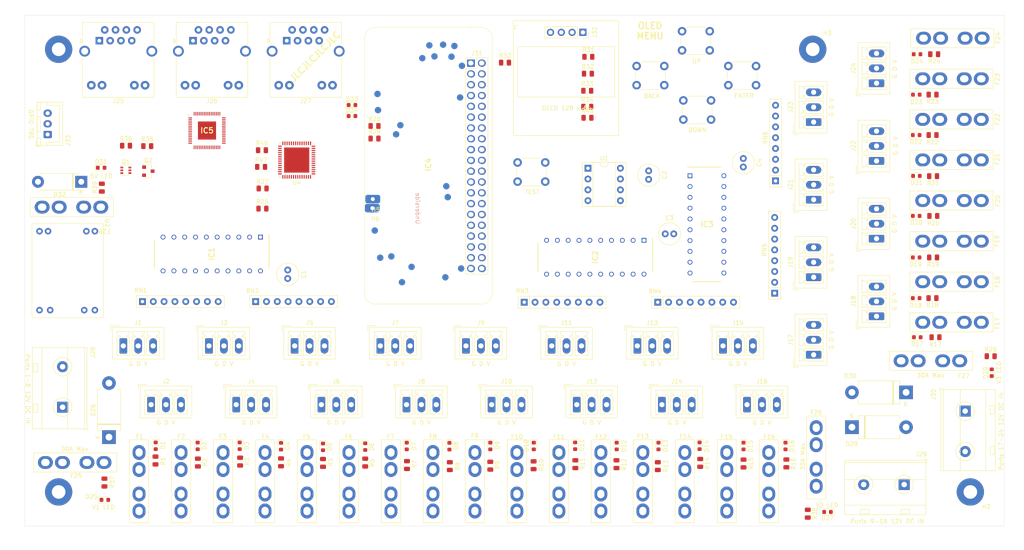
<source format=kicad_pcb>
(kicad_pcb (version 20211014) (generator pcbnew)
  (layers (0 "F.Cu" signal) (31 "B.Cu" signal) (34 "B.Paste" user) (35 "F.Paste" user) (36 "B.SilkS" user "B.Silkscreen") (37 "F.SilkS" user "F.Silkscreen") (38 "B.Mask" user) (39 "F.Mask" user) (44 "Edge.Cuts" user))
  (net 0 "")
  (net 1 "DATA8")
  (net 2 "DATA7")
  (net 3 "DATA6")
  (net 4 "DATA5")
  (net 5 "DATA4")
  (net 6 "DATA3")
  (net 7 "DATA2")
  (net 8 "DATA1")
  (net 9 "DATA9")
  (net 10 "DATA10")
  (net 11 "DATA11")
  (net 12 "DATA12")
  (net 13 "DATA13")
  (net 14 "DATA14")
  (net 15 "DATA15")
  (net 16 "DATA16")
  (net 17 "GND1")
  (net 18 "GND")
  (net 19 "VIN1")
  (net 20 "VIN2")
  (net 21 "+5V")
  (net 22 "+3V3")
  (net 23 "I2C_SDA")
  (net 24 "I2C_SCL")
  (net 25 "Net-(D3-Pad2)")
  (net 26 "Net-(D2-Pad2)")
  (net 27 "V1")
  (net 28 "V2")
  (net 29 "/standard-hat-components/P5V_HAT")
  (net 30 "Net-(Q1-Pad2)")
  (net 31 "/standard-hat-components/P5V")
  (net 32 "Net-(Q1-Pad6)")
  (net 33 "Net-(D20-Pad2)")
  (net 34 "Net-(J1-Pad2)")
  (net 35 "Net-(D1-Pad2)")
  (net 36 "Net-(D5-Pad2)")
  (net 37 "Net-(J2-Pad2)")
  (net 38 "Net-(J3-Pad2)")
  (net 39 "Net-(D4-Pad2)")
  (net 40 "Net-(D6-Pad2)")
  (net 41 "Net-(D10-Pad2)")
  (net 42 "Net-(D15-Pad2)")
  (net 43 "Net-(D7-Pad2)")
  (net 44 "Net-(D8-Pad2)")
  (net 45 "Net-(D9-Pad2)")
  (net 46 "Net-(F1-Pad3)")
  (net 47 "Net-(D11-Pad2)")
  (net 48 "Net-(D12-Pad2)")
  (net 49 "Net-(J12-Pad2)")
  (net 50 "Net-(J13-Pad2)")
  (net 51 "Net-(D13-Pad2)")
  (net 52 "Net-(D14-Pad2)")
  (net 53 "Net-(J14-Pad2)")
  (net 54 "Net-(J15-Pad2)")
  (net 55 "Net-(F2-Pad3)")
  (net 56 "Net-(F8-Pad3)")
  (net 57 "Net-(D16-Pad2)")
  (net 58 "Net-(D18-Pad2)")
  (net 59 "Net-(D19-Pad2)")
  (net 60 "V5")
  (net 61 "Net-(D17-Pad2)")
  (net 62 "Net-(IC2-Pad18)")
  (net 63 "Net-(D21-Pad2)")
  (net 64 "Net-(IC2-Pad16)")
  (net 65 "Net-(IC2-Pad14)")
  (net 66 "Net-(IC2-Pad12)")
  (net 67 "Net-(J4-Pad2)")
  (net 68 "Net-(J5-Pad2)")
  (net 69 "Net-(J6-Pad2)")
  (net 70 "Net-(J7-Pad2)")
  (net 71 "Net-(J8-Pad2)")
  (net 72 "Net-(F3-Pad3)")
  (net 73 "Net-(J11-Pad2)")
  (net 78 "USBDP")
  (net 79 "USBDM")
  (net 80 "Net-(IC2-Pad11)")
  (net 81 "Net-(IC2-Pad13)")
  (net 82 "Net-(IC2-Pad15)")
  (net 83 "Net-(IC2-Pad17)")
  (net 93 "Net-(U4-Pad11)")
  (net 112 "Net-(U4-Pad45)")
  (net 115 "Net-(D22-Pad2)")
  (net 116 "Net-(D23-Pad2)")
  (net 117 "Net-(IC1-Pad11)")
  (net 118 "Net-(IC1-Pad12)")
  (net 119 "Net-(IC1-Pad13)")
  (net 120 "Net-(IC1-Pad14)")
  (net 121 "Net-(IC1-Pad15)")
  (net 122 "Net-(IC1-Pad16)")
  (net 123 "Net-(IC1-Pad17)")
  (net 124 "Net-(IC1-Pad18)")
  (net 180 "Net-(D24-Pad2)")
  (net 181 "Net-(D25-Pad2)")
  (net 182 "Net-(D27-Pad2)")
  (net 183 "Net-(D29-Pad2)")
  (net 184 "VIN3")
  (net 185 "Net-(D33-Pad2)")
  (net 186 "Net-(D34-Pad2)")
  (net 191 "Net-(F6-Pad3)")
  (net 192 "Net-(F7-Pad3)")
  (net 193 "Net-(F4-Pad3)")
  (net 194 "Net-(F5-Pad3)")
  (net 195 "Net-(F9-Pad3)")
  (net 196 "Net-(F10-Pad3)")
  (net 197 "Net-(F11-Pad3)")
  (net 198 "Net-(F12-Pad3)")
  (net 199 "Net-(F13-Pad3)")
  (net 200 "Net-(F14-Pad3)")
  (net 201 "Net-(F15-Pad3)")
  (net 202 "Net-(F16-Pad3)")
  (net 203 "Net-(J9-Pad2)")
  (net 204 "Net-(J10-Pad2)")
  (net 205 "Net-(J16-Pad2)")
  (net 206 "Net-(J24-Pad2)")
  (net 207 "Net-(D31-Pad2)")
  (net 212 "Net-(F17-Pad3)")
  (net 213 "Net-(F18-Pad3)")
  (net 214 "Net-(F19-Pad3)")
  (net 215 "Net-(F20-Pad3)")
  (net 216 "Net-(F21-Pad3)")
  (net 217 "Net-(F22-Pad3)")
  (net 218 "Net-(F23-Pad3)")
  (net 219 "Net-(F24-Pad3)")
  (net 220 "V3")
  (net 221 "DATA24")
  (net 222 "DATA23")
  (net 223 "DATA22")
  (net 224 "DATA21")
  (net 225 "DATA20")
  (net 226 "DATA19")
  (net 227 "DATA18")
  (net 228 "DATA17")
  (net 229 "Net-(IC3-Pad11)")
  (net 230 "Net-(IC3-Pad12)")
  (net 231 "Net-(IC3-Pad13)")
  (net 232 "Net-(IC3-Pad14)")
  (net 233 "Net-(IC3-Pad15)")
  (net 234 "Net-(IC3-Pad16)")
  (net 235 "Net-(IC3-Pad17)")
  (net 236 "Net-(IC3-Pad18)")
  (net 288 "Net-(IC5-Pad8)")
  (net 290 "Net-(IC5-Pad9)")
  (net 293 "Net-(IC5-Pad10)")
  (net 294 "Net-(IC5-Pad11)")
  (net 299 "Net-(IC5-Pad48)")
  (net 300 "Net-(IC5-Pad49)")
  (net 302 "Net-(IC5-Pad50)")
  (net 303 "Net-(IC5-Pad51)")
  (net 304 "Net-(IC5-Pad4)")
  (net 307 "Net-(IC5-Pad5)")
  (net 311 "I2C_EEPROM_SDA")
  (net 312 "I2C_EEPROM_SCL")
  (net 313 "Net-(R46-Pad2)")
  (net 314 "Net-(R47-Pad2)")
  (net 315 "Net-(J17-Pad2)")
  (net 316 "Net-(J18-Pad2)")
  (net 317 "Net-(J19-Pad2)")
  (net 318 "Net-(J20-Pad2)")
  (net 319 "Net-(J21-Pad2)")
  (net 320 "Net-(J22-Pad2)")
  (net 321 "Net-(J23-Pad2)")
  (net 322 "Net-(IC5-Pad6)")
  (net 323 "Net-(IC5-Pad7)")
  (net 324 "Net-(IC5-Pad13)")
  (net 325 "Net-(IC5-Pad14)")
  (net 326 "Net-(IC5-Pad15)")
  (net 327 "Net-(IC5-Pad16)")
  (net 328 "Net-(R28-Pad1)")
  (net 329 "Net-(R29-Pad1)")
  (net 330 "BTN1")
  (net 331 "SW_ARRAY_ANALOGUE_IN")
  (net 332 "Net-(R31-Pad2)")
  (net 333 "Net-(R32-Pad2)")
  (net 334 "Net-(R33-Pad2)")
  (net 335 "Net-(R34-Pad2)")
  (net 336 "Net-(R40-Pad2)")
  (footprint "SamacSys_Parts:DIP794W53P254L2540H508Q20N" (layer "F.Cu") (at 88.7984 92.5576 -90)
    (fp_text reference "IC1")
    (fp_text value "SN74AHC245N" hide)
  )
  (footprint "LED_SMD:LED_0603_1608Metric" (layer "F.Cu") (at 254.1524 83.6168)
    (fp_text reference "D20")
    (fp_text value "0603")
  )
  (footprint "LED_SMD:LED_0603_1608Metric" (layer "F.Cu") (at 254.2032 74.2188)
    (fp_text reference "D21")
    (fp_text value "0603")
  )
  (footprint "LED_SMD:LED_0603_1608Metric" (layer "F.Cu") (at 254.1777 55.118)
    (fp_text reference "D23")
    (fp_text value "0603")
  )
  (footprint "Stuart_BESPOKE:TerminalBlock_KF950_1x02_P9.50mm_Horizontal" (layer "F.Cu") (at 272.7428 143.4696 90)
    (fp_text reference "J30")
    (fp_text value "Ports 17-24 12V DC IN")
  )
  (footprint "Connector_Phoenix_MC:PhoenixContact_MCV_1,5_3-G-3.5_1x03_P3.50mm_Vertical" (layer "F.Cu") (at 68.0344 114.1476)
    (fp_text reference "J1")
    (fp_text value "G D V")
  )
  (footprint "Package_TO_SOT_SMD:SOT-363_SC-70-6" (layer "F.Cu") (at 68.6289 72.898)
    (fp_text reference "Q1")
    (fp_text value "MMDT5401")
  )
  (footprint "Package_TO_SOT_SMD:SOT-23" (layer "F.Cu") (at 73.9121 73.1012)
    (fp_text reference "Q2")
    (fp_text value "DMG2302U")
  )
  (footprint "Package_DIP:DIP-8_W7.62mm_Socket" (layer "F.Cu") (at 177.0988 72.4)
    (fp_text reference "U1")
    (fp_text value "AT24C256C")
  )
  (footprint "Connector_Phoenix_MC:PhoenixContact_MCV_1,5_3-G-3.5_1x03_P3.50mm_Vertical" (layer "F.Cu") (at 74.558572 127.9498)
    (fp_text reference "J2")
    (fp_text value "G D V")
  )
  (footprint "Connector_Phoenix_MC:PhoenixContact_MCV_1,5_3-G-3.5_1x03_P3.50mm_Vertical" (layer "F.Cu") (at 88.143942 114.1476)
    (fp_text reference "J3")
    (fp_text value "G D V")
  )
  (footprint "Connector_Phoenix_MC:PhoenixContact_MCV_1,5_3-G-3.5_1x03_P3.50mm_Vertical" (layer "F.Cu") (at 94.541233 127.9498)
    (fp_text reference "J4")
    (fp_text value "G D V")
  )
  (footprint "Connector_Phoenix_MC:PhoenixContact_MCV_1,5_3-G-3.5_1x03_P3.50mm_Vertical" (layer "F.Cu") (at 108.253484 114.1476)
    (fp_text reference "J5")
    (fp_text value "G D V")
  )
  (footprint "Connector_Phoenix_MC:PhoenixContact_MCV_1,5_3-G-3.5_1x03_P3.50mm_Vertical" (layer "F.Cu") (at 114.523894 127.9498)
    (fp_text reference "J6")
    (fp_text value "G D V")
  )
  (footprint "Connector_Phoenix_MC:PhoenixContact_MCV_1,5_3-G-3.5_1x03_P3.50mm_Vertical" (layer "F.Cu") (at 128.363026 114.1476)
    (fp_text reference "J7")
    (fp_text value "G D V")
  )
  (footprint "Connector_Phoenix_MC:PhoenixContact_MCV_1,5_3-G-3.5_1x03_P3.50mm_Vertical" (layer "F.Cu") (at 134.506555 127.9498)
    (fp_text reference "J8")
    (fp_text value "G D V")
  )
  (footprint "Connector_Phoenix_MC:PhoenixContact_MCV_1,5_3-G-3.5_1x03_P3.50mm_Vertical" (layer "F.Cu") (at 148.472568 114.1476)
    (fp_text reference "J9")
    (fp_text value "G D V")
  )
  (footprint "Connector_Phoenix_MC:PhoenixContact_MCV_1,5_3-G-3.5_1x03_P3.50mm_Vertical" (layer "F.Cu") (at 154.489216 127.9498)
    (fp_text reference "J10")
    (fp_text value "G D V")
  )
  (footprint "Connector_Phoenix_MC:PhoenixContact_MCV_1,5_3-G-3.5_1x03_P3.50mm_Vertical" (layer "F.Cu") (at 168.58211 114.1476)
    (fp_text reference "J11")
    (fp_text value "G D V")
  )
  (footprint "Connector_Phoenix_MC:PhoenixContact_MCV_1,5_3-G-3.5_1x03_P3.50mm_Vertical" (layer "F.Cu") (at 174.471877 127.9498)
    (fp_text reference "J12")
    (fp_text value "G D V")
  )
  (footprint "Connector_Phoenix_MC:PhoenixContact_MCV_1,5_3-G-3.5_1x03_P3.50mm_Vertical" (layer "F.Cu") (at 188.691652 114.1476)
    (fp_text reference "J13")
    (fp_text value "G D V")
  )
  (footprint "Connector_Phoenix_MC:PhoenixContact_MCV_1,5_3-G-3.5_1x03_P3.50mm_Vertical" (layer "F.Cu") (at 194.454538 127.9498)
    (fp_text reference "J14")
    (fp_text value "G D V")
  )
  (footprint "Connector_Phoenix_MC:PhoenixContact_MCV_1,5_3-G-3.5_1x03_P3.50mm_Vertical" (layer "F.Cu") (at 208.8012 114.1476)
    (fp_text reference "J15")
    (fp_text value "G D V")
  )
  (footprint "Connector_Phoenix_MC:PhoenixContact_MCV_1,5_3-G-3.5_1x03_P3.50mm_Vertical" (layer "F.Cu") (at 214.4372 127.9498)
    (fp_text reference "J16")
    (fp_text value "G D V")
  )
  (footprint "Resistor_SMD:R_0805_2012Metric" (layer "F.Cu") (at 176.9872 60.5536)
    (fp_text reference "R40")
    (fp_text value "2.2K")
  )
  (footprint "Resistor_SMD:R_0805_2012Metric" (layer "F.Cu") (at 176.9364 57.9628)
    (fp_text reference "R34")
    (fp_text value "2.2K")
  )
  (footprint "Stuart_BESPOKE:Medium Auto Fuse Holder" (layer "F.Cu") (at 93.693746 136.1918 -90)
    (fp_text reference "F3")
    (fp_text value "P3")
  )
  (footprint "LED_SMD:LED_0603_1608Metric" (layer "F.Cu") (at 183.8452 137.668 -90)
    (fp_text reference "D12")
    (fp_text value "0603")
  )
  (footprint "MountingHole:MountingHole_3.2mm_M3_Pad_TopBottom" (layer "F.Cu") (at 229.8564 44.464)
    (fp_text reference "H3")
    (fp_text value "M3 MountingHole")
  )
  (footprint "Resistor_SMD:R_0805_2012Metric" (layer "F.Cu") (at 193.4972 142.3924 90)
    (fp_text reference "R13")
    (fp_text value "4.7k")
  )
  (footprint "Resistor_SMD:R_0805_2012Metric" (layer "F.Cu") (at 257.9877 64.6176 180)
    (fp_text reference "R22")
    (fp_text value "4.7k")
  )
  (footprint "Stuart_BESPOKE:Medium Auto Fuse Holder" (layer "F.Cu") (at 252.68 87.28674)
    (fp_text reference "F19")
    (fp_text value "P1")
  )
  (footprint "LED_SMD:LED_0603_1608Metric" (layer "F.Cu") (at 144.5768 137.7188 -90)
    (fp_text reference "D8")
    (fp_text value "0603")
  )
  (footprint "LED_SMD:LED_0603_1608Metric" (layer "F.Cu") (at 254.1524 64.6176)
    (fp_text reference "D22")
    (fp_text value "0603")
  )
  (footprint "Resistor_SMD:R_0805_2012Metric" (layer "F.Cu") (at 114.9096 141.6304 90)
    (fp_text reference "R5")
    (fp_text value "4.7k")
  )
  (footprint "Resistor_SMD:R_0805_2012Metric" (layer "F.Cu") (at 154.178 142.2889 90)
    (fp_text reference "R9")
    (fp_text value "4.7k")
  )
  (footprint "Stuart_BESPOKE:Medium Auto Fuse Holder" (layer "F.Cu") (at 152.816384 136.1918 -90)
    (fp_text reference "F9")
    (fp_text value "P1")
  )
  (footprint "Stuart_BESPOKE:Medium Auto Fuse Holder" (layer "F.Cu") (at 252.68 106.3604)
    (fp_text reference "F17")
    (fp_text value "P1")
  )
  (footprint "Stuart_BESPOKE:Medium Auto Fuse Holder" (layer "F.Cu") (at 182.377703 136.1918 -90)
    (fp_text reference "F12")
    (fp_text value "P1")
  )
  (footprint "Resistor_SMD:R_0805_2012Metric" (layer "F.Cu") (at 62.992 76.962 90)
    (fp_text reference "R39")
    (fp_text value "4.7k")
  )
  (footprint "Resistor_SMD:R_0805_2012Metric" (layer "F.Cu") (at 73.6581 67.2084)
    (fp_text reference "R35")
    (fp_text value "10k")
  )
  (footprint "Stuart_BESPOKE:RASPBERRYPIZERO2WV1" (layer "F.Cu") (at 124.6492 39.3322 -90)
    (fp_text reference "IC4")
    (fp_text value "Raspberry_Pi_Zero_2_W__v1.0_" hide)
  )
  (footprint "LED_SMD:LED_0603_1608Metric" (layer "F.Cu") (at 121.7168 57.5564)
    (fp_text reference "D33")
    (fp_text value "0603")
  )
  (footprint "MountingHole:MountingHole_3.2mm_M3_Pad_TopBottom" (layer "F.Cu") (at 52.8564 44.464)
    (fp_text reference "H4" hide)
    (fp_text value "M3 MountingHole")
  )
  (footprint "Stuart_BESPOKE:TZT_0.96inch_OLED" (layer "F.Cu") (at 159.6014 37.7506)
    (fp_text reference "U3")
    (fp_text value "TZT_Original_0.96_inch_oled_IIC_Serial_OLED_Display_Module_128X64")
  )
  (footprint "Resistor_SMD:R_0805_2012Metric" (layer "F.Cu") (at 177.0888 50.1904)
    (fp_text reference "R32")
    (fp_text value "2.2K")
  )
  (footprint "Resistor_SMD:R_0805_2012Metric" (layer "F.Cu") (at 203.454 141.6304 90)
    (fp_text reference "R14")
    (fp_text value "4.7k")
  )
  (footprint "LED_SMD:LED_0603_1608Metric" (layer "F.Cu") (at 254.4064 112.1156)
    (fp_text reference "D17")
    (fp_text value "0603")
  )
  (footprint "MountingHole:MountingHole_3.2mm_M3_Pad_TopBottom" (layer "F.Cu") (at 266.8564 148.464)
    (fp_text reference "H2")
    (fp_text value "M3 MountingHole")
  )
  (footprint "Button_Switch_THT:SW_PUSH_6mm" (layer "F.Cu") (at 199.4928 56.4748)
    (fp_text reference "SW2")
    (fp_text value "DOWN")
  )
  (footprint "Resistor_SMD:R_0805_2012Metric" (layer "F.Cu") (at 100.3827 72.0852)
    (fp_text reference "R47")
    (fp_text value "8.06K")
  )
  (footprint "Stuart_BESPOKE:Medium Auto Fuse Holder" (layer "F.Cu") (at 162.670157 136.1918 -90)
    (fp_text reference "F10")
    (fp_text value "P1")
  )
  (footprint "LED_SMD:LED_0603_1608Metric" (layer "F.Cu") (at 254.1524 102.9208)
    (fp_text reference "D18")
    (fp_text value "0603")
  )
  (footprint "LED_SMD:LED_0603_1608Metric" (layer "F.Cu") (at 62.8396 72.2884)
    (fp_text reference "D31")
    (fp_text value "5V LED")
  )
  (footprint "Stuart_BESPOKE:Medium Auto Fuse Holder" (layer "F.Cu") (at 172.52393 136.1918 -90)
    (fp_text reference "F11")
    (fp_text value "P1")
  )
  (footprint "Resistor_SMD:R_0805_2012Metric" (layer "F.Cu") (at 157.6343 47.5996)
    (fp_text reference "R30")
    (fp_text value "Pull_Up_resistor")
  )
  (footprint "Resistor_SMD:R_0805_2012Metric" (layer "F.Cu") (at 105.0544 141.5033 90)
    (fp_text reference "R4")
    (fp_text value "4.7k")
  )
  (footprint "Stuart_BESPOKE:Medium Auto Fuse Holder" (layer "F.Cu") (at 73.9862 136.1918 -90)
    (fp_text reference "F1")
    (fp_text value "P1")
  )
  (footprint "Resistor_SMD:R_0805_2012Metric" (layer "F.Cu") (at 223.6724 141.7573 90)
    (fp_text reference "R16")
    (fp_text value "4.7k")
  )
  (footprint "Diode_THT:D_DO-201AD_P12.70mm_Horizontal" (layer "F.Cu") (at 64.6684 135.5852 90)
    (fp_text reference "D26")
    (fp_text value "SB5100")
  )
  (footprint "Resistor_SMD:R_0805_2012Metric" (layer "F.Cu") (at 63.6016 146.2513 -90)
    (fp_text reference "R37")
    (fp_text value "4.7k")
  )
  (footprint "Resistor_THT:R_Array_SIP8" (layer "F.Cu") (at 221.1324 75.3872 90)
    (fp_text reference "RN6")
    (fp_text value "33R")
  )
  (footprint "Stuart_BESPOKE:Medium Auto Fuse Holder" (layer "F.Cu") (at 192.231476 136.1918 -90)
    (fp_text reference "F13")
    (fp_text value "P1")
  )
  (footprint "Connector_Phoenix_MC:PhoenixContact_MCV_1,5_3-G-3.5_1x03_P3.50mm_Vertical" (layer "F.Cu") (at 244.8381 52.436767 90)
    (fp_text reference "J24")
    (fp_text value "G D V")
  )
  (footprint "Resistor_SMD:R_0805_2012Metric" (layer "F.Cu") (at 85.5472 141.5541 90)
    (fp_text reference "R2")
    (fp_text value "4.7k")
  )
  (footprint "Button_Switch_THT:SW_PUSH_6mm" (layer "F.Cu") (at 160.58 71.0544)
    (fp_text reference "SW4")
    (fp_text value "TEST")
  )
  (footprint "Stuart_BESPOKE:Medium Auto Fuse Holder" (layer "F.Cu") (at 252.8794 39.6026)
    (fp_text reference "F24")
    (fp_text value "P1")
  )
  (footprint "Resistor_THT:R_Array_SIP8" (layer "F.Cu") (at 162.1436 103.886)
    (fp_text reference "RN3")
    (fp_text value "33R")
  )
  (footprint "Stuart_BESPOKE:Medium Auto Fuse Holder" (layer "F.Cu") (at 252.68 77.749912)
    (fp_text reference "F20")
    (fp_text value "P1")
  )
  (footprint "Resistor_THT:R_Array_SIP8" (layer "F.Cu") (at 72.5324 103.7336)
    (fp_text reference "RN1")
    (fp_text value "33R")
  )
  (footprint "LED_SMD:LED_0603_1608Metric" (layer "F.Cu") (at 193.6496 137.668 -90)
    (fp_text reference "D13")
    (fp_text value "0603")
  )
  (footprint "Package_DFN_QFN:QFN-56-1EP_8x8mm_P0.5mm_EP5.9x5.9mm" (layer "F.Cu") (at 108.734 70.4884 180)
    (fp_text reference "U4")
    (fp_text value "LAN7500-ABJZ")
  )
  (footprint "LED_SMD:LED_0603_1608Metric" (layer "F.Cu") (at 95.3516 137.6172 -90)
    (fp_text reference "D3")
    (fp_text value "0603")
  )
  (footprint "Resistor_SMD:R_0805_2012Metric" (layer "F.Cu") (at 258.6736 112.1156 180)
    (fp_text reference "R17")
    (fp_text value "4.7k")
  )
  (footprint "Stuart_BESPOKE:TerminalBlock_KF950_1x02_P9.50mm_Horizontal" (layer "F.Cu") (at 46.6876 114.5436 -90)
    (fp_text reference "J28")
    (fp_text value "Ports 1-8 12V DC IN")
  )
  (footprint "Resistor_SMD:R_0805_2012Metric" (layer "F.Cu") (at 176.9364 54.2036)
    (fp_text reference "R33")
    (fp_text value "2.2K")
  )
  (footprint "Resistor_SMD:R_0805_2012Metric" (layer "F.Cu") (at 258.1148 74.2696 180)
    (fp_text reference "R21")
    (fp_text value "4.7k")
  )
  (footprint "LED_SMD:LED_0603_1608Metric" (layer "F.Cu") (at 75.6412 137.6172 -90)
    (fp_text reference "D1")
    (fp_text value "0603")
  )
  (footprint "Capacitor_THT:C_Radial_D5.0mm_H11.0mm_P2.00mm" (layer "F.Cu") (at 195.2404 87.8332)
    (fp_text reference "C3")
    (fp_text value "0.1uF")
  )
  (footprint "Button_Switch_THT:SW_PUSH_6mm" (layer "F.Cu") (at 210.0592 48.3976)
    (fp_text reference "SW5")
    (fp_text value "ENTER")
  )
  (footprint "Resistor_THT:R_Array_SIP8" (layer "F.Cu") (at 193.4872 103.886)
    (fp_text reference "RN4")
    (fp_text value "33R")
  )
  (footprint "Connector_Phoenix_MC:PhoenixContact_MCV_1,5_3-G-3.5_1x03_P3.50mm_Vertical" (layer "F.Cu") (at 244.8381 70.6909 90)
    (fp_text reference "J22")
    (fp_text value "G D V")
  )
  (footprint "LED_SMD:LED_0603_1608Metric" (layer "F.Cu") (at 154.178 137.668 -90)
    (fp_text reference "D9")
    (fp_text value "0603")
  )
  (footprint "Connector_Phoenix_MC:PhoenixContact_MCV_1,5_3-G-3.5_1x03_P3.50mm_Vertical" (layer "F.Cu") (at 230.0732 98.009332 90)
    (fp_text reference "J19")
    (fp_text value "G D V")
  )
  (footprint "Stuart_BESPOKE:Medium Auto Fuse Holder" (layer "F.Cu") (at 228.4262 150.117 90)
    (fp_text reference "F26")
    (fp_text value "30A Max")
  )
  (footprint "Resistor_SMD:R_0805_2012Metric" (layer "F.Cu") (at 134.62 142.1403 90)
    (fp_text reference "R7")
    (fp_text value "4.7k")
  )
  (footprint "LED_SMD:LED_0603_1608Metric" (layer "F.Cu") (at 174.0916 137.6172 -90)
    (fp_text reference "D11")
    (fp_text value "0603")
  )
  (footprint "Capacitor_THT:C_Radial_D5.0mm_H11.0mm_P2.00mm" (layer "F.Cu") (at 191.3476 73.0156 -90)
    (fp_text reference "C2")
    (fp_text value "0.1uF")
  )
  (footprint "Stuart_BESPOKE:Medium Auto Fuse Holder" (layer "F.Cu") (at 123.255065 136.1918 -90)
    (fp_text reference "F6")
    (fp_text value "P6")
  )
  (footprint "Connector_Phoenix_MC:PhoenixContact_MCV_1,5_3-G-3.5_1x03_P3.50mm_Vertical" (layer "F.Cu") (at 230.0732 79.788266 90)
    (fp_text reference "J21")
    (fp_text value "G D V")
  )
  (footprint "Resistor_SMD:R_0805_2012Metric" (layer "F.Cu") (at 100.6856 81.8896)
    (fp_text reference "R25")
    (fp_text value "4.7k")
  )
  (footprint "Stuart_BESPOKE:POGO_D3.50mm_Drill0.9mm" (layer "F.Cu") (at 126.5936 79.6544)
    (fp_text reference "H5")
    (fp_text value "POGO_USBDM")
  )
  (footprint "Resistor_SMD:R_0805_2012Metric" (layer "F.Cu") (at 213.614 141.7828 90)
    (fp_text reference "R15")
    (fp_text value "4.7k")
  )
  (footprint "Stuart_BESPOKE:Medium Auto Fuse Holder" (layer "F.Cu") (at 211.939022 136.1918 -90)
    (fp_text reference "F15")
    (fp_text value "P1")
  )
  (footprint "Stuart_BESPOKE:Medium Auto Fuse Holder" (layer "F.Cu") (at 252.68 68.213084)
    (fp_text reference "F21")
    (fp_text value "P1")
  )
  (footprint "Resistor_SMD:R_0805_2012Metric" (layer "F.Cu") (at 183.7944 141.9352 90)
    (fp_text reference "R12")
    (fp_text value "4.7k")
  )
  (footprint "LED_SMD:LED_0603_1608Metric" (layer "F.Cu") (at 164.3888 137.668 -90)
    (fp_text reference "D10")
    (fp_text value "0603")
  )
  (footprint "Resistor_SMD:R_0805_2012Metric" (layer "F.Cu") (at 257.9643 102.9208 180)
    (fp_text reference "R18")
    (fp_text value "4.7k")
  )
  (footprint "SamacSys_Parts:DIP794W53P254L2540H508Q20N" (layer "F.Cu") (at 205.0288 85.598)
    (fp_text reference "IC3")
    (fp_text value "SN74AHC245N" hide)
  )
  (footprint "Resistor_SMD:R_0805_2012Metric" (layer "F.Cu") (at 127 62.484)
    (fp_text reference "R28")
    (fp_text value "4.7k")
  )
  (footprint "Connector_PinSocket_2.54mm:PinSocket_1x04_P2.54mm_Vertical" (layer "F.Cu") (at 175.9204 40.4876 -90)
    (fp_text reference "J32")
    (fp_text value "OLED")
  )
  (footprint "LED_SMD:LED_0603_1608Metric" (layer "F.Cu") (at 114.9096 137.8712 -90)
    (fp_text reference "D5")
    (fp_text value "0603")
  )
  (footprint "Stuart_BESPOKE:Medium Auto Fuse Holder" (layer "F.Cu") (at 142.962611 136.1918 -90)
    (fp_text reference "F8")
    (fp_text value "P8")
  )
  (footprint "Stuart_BESPOKE:Medium Auto Fuse Holder" (layer "F.Cu") (at 133.108838 136.1918 -90)
    (fp_text reference "F7")
    (fp_text value "P7")
  )
  (footprint "LED_SMD:LED_0603_1608Metric" (layer "F.Cu") (at 254.1524 93.3704)
    (fp_text reference "D19")
    (fp_text value "0603")
  )
  (footprint "Stuart_BESPOKE:Medium Auto Fuse Holder" (layer "F.Cu") (at 252.68 96.823568)
    (fp_text reference "F18")
    (fp_text value "P1")
  )
  (footprint "Stuart_BESPOKE:POGO_D3.50mm_Drill0.9mm" (layer "F.Cu") (at 126.492 81.788)
    (fp_text reference "H6")
    (fp_text value "PPOGO_USBDP")
  )
  (footprint "LED_SMD:LED_0603_1608Metric" (layer "F.Cu") (at 124.8156 137.8204 -90)
    (fp_text reference "D6")
    (fp_text value "0603")
  )
  (footprint "Connector_RJ:RJ45_BEL_SS74301-00x_Vertical" (layer "F.Cu") (at 62.4028 42.4442)
    (fp_text reference "J25")
    (fp_text value "UPLINK")
  )
  (footprint "Resistor_SMD:R_0805_2012Metric" (layer "F.Cu") (at 127 65.434)
    (fp_text reference "R29")
    (fp_text value "4.7k")
  )
  (footprint "Resistor_SMD:R_0805_2012Metric" (layer "F.Cu") (at 100.584 68.1736)
    (fp_text reference "R46")
    (fp_text value "12k")
  )
  (footprint "Resistor_SMD:R_0805_2012Metric" (layer "F.Cu") (at 174.1424 141.9352 90)
    (fp_text reference "R11")
    (fp_text value "4.7k")
  )
  (footprint "LED_SMD:LED_0603_1608Metric" (layer "F.Cu") (at 213.614 137.668 -90)
    (fp_text reference "D15")
    (fp_text value "0603")
  )
  (footprint "Stuart_BESPOKE:Medium Auto Fuse Holder" (layer "F.Cu") (at 221.7928 136.1918 -90)
    (fp_text reference "F16")
    (fp_text value "P1")
  )
  (footprint "Resistor_THT:R_Array_SIP8" (layer "F.Cu") (at 220.9292 101.7524 90)
    (fp_text reference "RN5")
    (fp_text value "33R")
  )
  (footprint "Stuart_BESPOKE:TerminalBlock_KF950_1x02_P9.50mm_Horizontal" (layer "F.Cu") (at 237.3272 153.82)
    (fp_text reference "J29")
    (fp_text value "Ports 9-16 12V DC IN")
  )
  (footprint "Resistor_SMD:R_0805_2012Metric" (layer "F.Cu") (at 258.1675 83.6168)
    (fp_text reference "R20")
    (fp_text value "4.7k")
  )
  (footprint "Button_Switch_THT:SW_PUSH_6mm" (layer "F.Cu") (at 188.52 48.3976)
    (fp_text reference "SW3")
    (fp_text value "BACK")
  )
  (footprint "Button_Switch_THT:SW_PUSH_6mm" (layer "F.Cu") (at 199.188 40.2188)
    (fp_text reference "SW1")
    (fp_text value "UP")
  )
  (footprint "LED_SMD:LED_0603_1608Metric" (layer "F.Cu") (at 233.3244 153.162 180)
    (fp_text reference "D27")
    (fp_text value "V2 LED")
  )
  (footprint "Connector_JST:JST_XH_B3B-XH-A_1x03_P2.50mm_Vertical" (layer "F.Cu") (at 50.275 64.476 90)
    (fp_text reference "J33")
    (fp_text value "GPIO TRG")
  )
  (footprint "Connector_Phoenix_MC:PhoenixContact_MCV_1,5_3-G-3.5_1x03_P3.50mm_Vertical" (layer "F.Cu") (at 244.8381 107.199167 90)
    (fp_text reference "J18")
    (fp_text value "G D V")
  )
  (footprint "Resistor_SMD:R_0805_2012Metric" (layer "F.Cu") (at 100.7383 77.1652)
    (fp_text reference "R27")
    (fp_text value "4.7k")
  )
  (footprint "Stuart_BESPOKE:D-SUN_MP1584_BUCK" (layer "F.Cu") (at 63.3642 85.426 -90)
    (fp_text reference "U2")
    (fp_text value "D-SUN_MP1584_BUCK")
  )
  (footprint "Capacitor_THT:C_Radial_D5.0mm_H11.0mm_P2.00mm" (layer "F.Cu") (at 106.6292 96.3168 -90)
    (fp_text reference "C1")
    (fp_text value "0.1uF")
  )
  (footprint "LED_SMD:LED_0603_1608Metric" (layer "F.Cu") (at 223.4692 137.668 -90)
    (fp_text reference "D16")
    (fp_text value "0603")
  )
  (footprint "Capacitor_THT:C_Radial_D5.0mm_H11.0mm_P2.00mm" (layer "F.Cu") (at 213.5632 70.12 -90)
    (fp_text reference "C4")
    (fp_text value "0.1uF")
  )
  (footprint "Resistor_SMD:R_0805_2012Metric" (layer "F.Cu") (at 258.3669 45.6184 180)
    (fp_text reference "R24")
    (fp_text value "4.7k")
  )
  (footprint "Stuart_BESPOKE:Medium Auto Fuse Holder" (layer "F.Cu") (at 202.085249 136.1918 -90)
    (fp_text reference "F14")
    (fp_text value "P1")
  )
  (footprint "Connector_Phoenix_MC:PhoenixContact_MCV_1,5_3-G-3.5_1x03_P3.50mm_Vertical" (layer "F.Cu") (at 230.0732 116.2304 90)
    (fp_text reference "J17")
    (fp_text value "G D V")
  )
  (footprint "Resistor_SMD:R_0805_2012Metric" (layer "F.Cu") (at 124.8156 141.5541 90)
    (fp_text reference "R6")
    (fp_text value "4.7k")
  )
  (footprint "LED_SMD:LED_0603_1608Metric" (layer "F.Cu") (at 63.7032 150.3172)
    (fp_text reference "D25")
    (fp_text value "V1 LED")
  )
  (footprint "Resistor_SMD:R_0805_2012Metric" (layer "F.Cu") (at 164.338 142.1892 90)
    (fp_text reference "R10")
    (fp_text value "4.7k")
  )
  (footprint "Stuart_BESPOKE:Medium Auto Fuse Holder" (layer "F.Cu") (at 65.7382 83.7906 180)
    (fp_text reference "F28")
    (fp_text value "2A Max")
  )
  (footprint "Stuart_BESPOKE:Medium Auto Fuse Holder" (layer "F.Cu") (at 113.401292 136.1918 -90)
    (fp_text reference "F5")
    (fp_text value "P5")
  )
  (footprint "Resistor_THT:R_Array_SIP8" (layer "F.Cu") (at 99.1008 103.7336)
    (fp_text reference "RN2")
    (fp_text value "33R")
  )
  (footprint "Diode_THT:D_DO-201AD_P12.70mm_Horizontal" (layer "F.Cu") (at 251.7648 125.0696 180)
    (fp_text reference "D30")
    (fp_text value "SB5100")
  )
  (footprint "Resistor_SMD:R_0805_2012Metric" (layer "F.Cu") (at 257.9877 55.118 180)
    (fp_text reference "R23")
    (fp_text value "4.7k")
  )
  (footprint "Resistor_SMD:R_0805_2012Metric" (layer "F.Cu") (at 144.6784 142.3924 90)
    (fp_text reference "R8")
    (fp_text value "4.7k")
  )
  (footprint "Resistor_SMD:R_0805_2012Metric" (layer "F.Cu") (at 228.7016 153.5684 -90)
    (fp_text reference "R38")
    (fp_text value "4.7k")
  )
  (footprint "Resistor_SMD:R_0805_2012Metric" (layer "F.Cu") (at 177.1923 46.228)
    (fp_text reference "R31")
    (fp_text value "2.2K")
  )
  (footprint "Resistor_SMD:R_0805_2012Metric" (layer "F.Cu") (at 271.6295 116.586)
    (fp_text reference "R26")
    (fp_text value "4.7k")
  )
  (footprint "LED_SMD:LED_0603_1608Metric" (layer "F.Cu") (at 134.5692 137.668 -90)
    (fp_text reference "D7")
    (fp_text value "0603")
  )
  (footprint "LED_SMD:LED_0603_1608Metric" (layer "F.Cu") (at 121.7168 60.1464)
    (fp_text reference "D34")
    (fp_text value "0603")
  )
  (footprint "Resistor_SMD:R_0805_2012Metric" (layer "F.Cu") (at 95.4532 141.3256 90)
    (fp_text reference "R3")
    (fp_text value "4.7k")
  )
  (footprint "Resistor_SMD:R_0805_2012Metric" (layer "F.Cu") (at 258.1148 93.3704 180)
    (fp_text reference "R19")
    (fp_text value "4.7k")
  )
  (footprint "Stuart_BESPOKE:Medium Auto Fuse Holder" (layer "F.Cu") (at 252.68 49.139428)
    (fp_text reference "F23")
    (fp_text value "P1")
  )
  (footprint "Diode_THT:D_5W_P10.16mm_Horizontal" (layer "F.Cu") (at 58.166 75.5904 180)
    (fp_text reference "D32")
    (fp_text value "Zenner 5.1")
  )
  (footprint "LED_SMD:LED_0603_1608Metric" (layer "F.Cu") (at 203.3016 137.6172 -90)
    (fp_text reference "D14")
    (fp_text value "0603")
  )
  (footprint "Connector_RJ:RJ45_BEL_SS74301-00x_Vertical" (layer "F.Cu") (at 106.3956 42.4442)
    (fp_text reference "J27")
    (fp_text value "LAN 2")
  )
  (footprint "Connector_RJ:RJ45_BEL_SS74301-00x_Vertical" (layer "F.Cu") (at 84.3992 42.4442)
    (fp_text reference "J26")
    (fp_text value "LAN 1")
  )
  (footprint "Resistor_SMD:R_0805_2012Metric" (layer "F.Cu") (at 68.6778 67.1068)
    (fp_text reference "R36")
    (fp_text value "4.7k")
  )
  (footprint "Resistor_SMD:R_0805_2012Metric" (layer "F.Cu") (at 75.5904 141.0716 90)
    (fp_text reference "R1")
    (fp_text value "4.7k")
  )
  (footprint "Stuart_BESPOKE:Medium Auto Fuse Holder" (layer "F.Cu") (at 103.547519 136.1918 -90)
    (fp_text reference "F4")
    (fp_text value "P4")
  )
  (footprint "Stuart_BESPOKE:Medium Auto Fuse Holder" (layer "F.Cu") (at 267.3634 119.9094 180)
    (fp_text reference "F27")
    (fp_text value "30A Max")
  )
  (footprint "SamacSys_Parts:DIP794W53P254L2540H508Q20N" (layer "F.Cu") (at 178.816 93.3196 -90)
    (fp_text reference "IC2")
    (fp_text value "SN74AHC245N" hide)
  )
  (footprint "Connector_Phoenix_MC:PhoenixContact_MCV_1,5_3-G-3.5_1x03_P3.50mm_Vertical" (layer "F.Cu") (at 230.0732 61.5672 90)
    (fp_text reference "J23")
    (fp_text value "G D V")
  )
  (footprint "Stuart_BESPOKE:Medium Auto Fuse Holder" (layer "F.Cu") (at 252.6762 58.676256)
    (fp_text reference "F22")
    (fp_text value "P1")
  )
  (footprint "LED_SMD:LED_0603_1608Metric" (layer "F.Cu") (at 271.8816 120.4468 90)
    (fp_text reference "D29")
    (fp_text value "V3 LED")
  )
  (footprint "MountingHole:MountingHole_3.2mm_M3_Pad_TopBottom" (layer "F.Cu") (at 52.8564 148.464)
    (fp_text reference "H1" hide)
    (fp_text value "M3 MountingHole")
  )
  (footprint "LED_SMD:LED_0603_1608Metric" (layer "F.Cu") (at 85.4964 137.6425 -90)
    (fp_text reference "D2")
    (fp_text value "0603")
  )
  (footprint "Stuart_BESPOKE:Medium Auto Fuse Holder" (layer "F.Cu") (at 83.839973 136.1918 -90)
    (fp_text reference "F2")
    (fp_text value "P2")
  )
  (footprint "LED_SMD:LED_0603_1608Metric" (layer "F.Cu") (at 105.0544 137.7188 -90)
    (fp_text reference "D4")
    (fp_text value "0603")
  )
  (footprint "Stuart_BESPOKE:Medium Auto Fuse Holder" (layer "F.Cu") (at 66.5002 143.7854 180)
    (fp_text reference "F25")
    (fp_text value "30A Max")
  )
  (footprint "Diode_THT:D_DO-201AD_P12.70mm_Horizontal" (layer "F.Cu") (at 239.0648 133.2484)
    (fp_text reference "D28")
    (fp_text value "SB5100")
  )
  (footprint "LED_SMD:LED_0603_1608Metric" (layer "F.Cu") (at 254.3556 45.6184)
    (fp_text reference "D24")
    (fp_text value "0603")
  )
  (footprint "Connector_PinHeader_2.54mm:PinHeader_2x20_P2.54mm_Vertical" (layer "F.Cu") (at 149.7394 47.7192)
    (fp_text reference "J31")
    (fp_text value "Conn_02x20_Odd_Even_MountingPin")
  )
  (footprint "SamacSys_Parts:QFN40P800X800X90-65N" (layer "F.Cu") (at 87.6808 63.5508)
    (fp_text reference "IC5")
    (fp_text value "KSZ8794CNXIC" hide)
  )
  (footprint "Connector_Phoenix_MC:PhoenixContact_MCV_1,5_3-G-3.5_1x03_P3.50mm_Vertical" (layer "F.Cu") (at 244.8381 88.945033 90)
    (fp_text reference "J20")
    (fp_text value "G D V")
  )
  (gr_rect locked (start 44.8564 156.464) (end 274.8564 36.464) (layer "Edge.Cuts") (width 0.05) (fill none))
  (gr_text "JLCJLCJLCJLC" (at 113.0808 46.1772 45) (layer "F.SilkS") (effects (font (size 1.524 1.524) (thickness 0.3048))))
  (gr_text "OLED\nMENU" (at 191.6684 40.132) (layer "F.SilkS") (effects (font (size 1.5 1.5) (thickness 0.3))))
)
</source>
